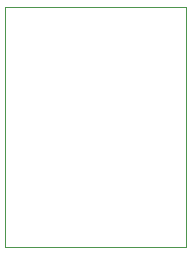
<source format=gbr>
%TF.GenerationSoftware,KiCad,Pcbnew,(5.1.8)-1*%
%TF.CreationDate,2021-01-04T21:32:55+01:00*%
%TF.ProjectId,StepstickAdaptor,53746570-7374-4696-936b-41646170746f,rev?*%
%TF.SameCoordinates,Original*%
%TF.FileFunction,Profile,NP*%
%FSLAX46Y46*%
G04 Gerber Fmt 4.6, Leading zero omitted, Abs format (unit mm)*
G04 Created by KiCad (PCBNEW (5.1.8)-1) date 2021-01-04 21:32:55*
%MOMM*%
%LPD*%
G01*
G04 APERTURE LIST*
%TA.AperFunction,Profile*%
%ADD10C,0.050000*%
%TD*%
G04 APERTURE END LIST*
D10*
X124980700Y-76898500D02*
X124980700Y-97231200D01*
X140284200Y-97231200D02*
X124980700Y-97231200D01*
X140284200Y-76898500D02*
X140284200Y-97231200D01*
X124980700Y-76898500D02*
X140284200Y-76898500D01*
M02*

</source>
